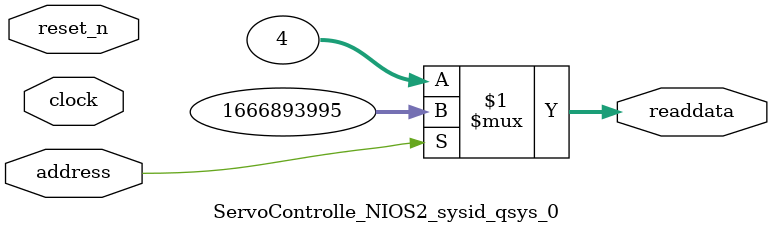
<source format=v>



// synthesis translate_off
`timescale 1ns / 1ps
// synthesis translate_on

// turn off superfluous verilog processor warnings 
// altera message_level Level1 
// altera message_off 10034 10035 10036 10037 10230 10240 10030 

module ServoControlle_NIOS2_sysid_qsys_0 (
               // inputs:
                address,
                clock,
                reset_n,

               // outputs:
                readdata
             )
;

  output  [ 31: 0] readdata;
  input            address;
  input            clock;
  input            reset_n;

  wire    [ 31: 0] readdata;
  //control_slave, which is an e_avalon_slave
  assign readdata = address ? 1666893995 : 4;

endmodule



</source>
